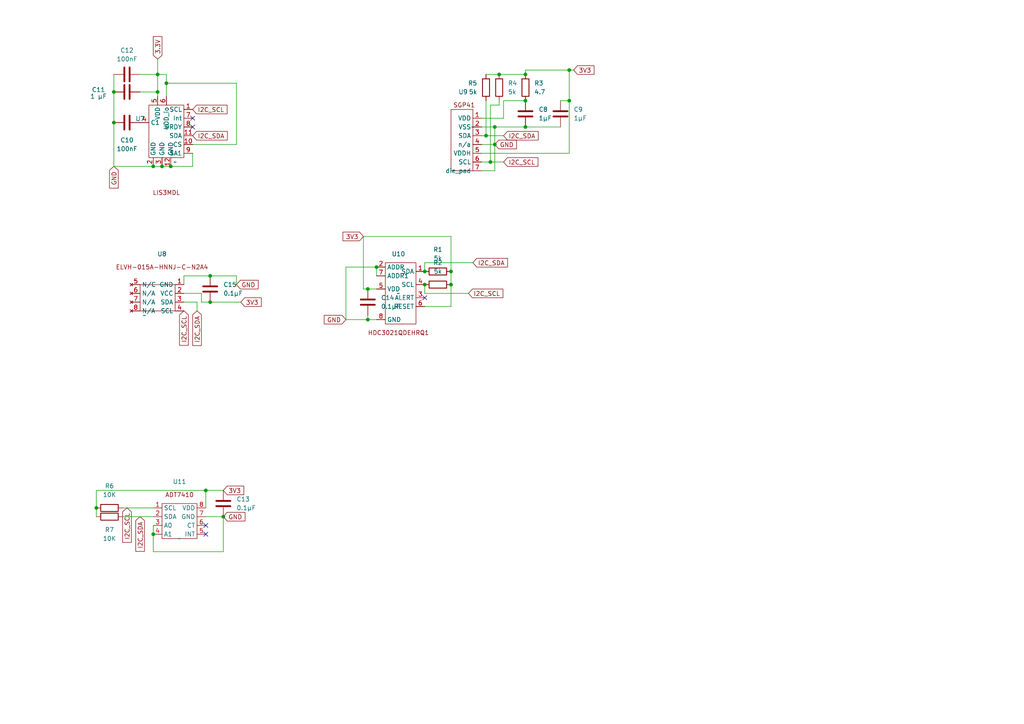
<source format=kicad_sch>
(kicad_sch (version 20230121) (generator eeschema)
  (paper "A4")
  (lib_symbols
    (symbol "Device:C" (pin_numbers hide) (pin_names (offset 0.254))
      (property "Reference" "C" (at 0.635 2.54 0))
      (property "Value" "C" (at 0.635 -2.54 0))
      (symbol "C_0_1"
        (polyline (pts (xy -2.032 -0.762) (xy 2.032 -0.762)) (stroke (width 0.508)))
        (polyline (pts (xy -2.032 0.762) (xy 2.032 0.762)) (stroke (width 0.508)))
      )
      (symbol "C_1_1"
        (pin passive line (at 0 3.81 270) (length 2.794) (name "~") (number "1"))
        (pin passive line (at 0 -3.81 90) (length 2.794) (name "~") (number "2"))
      )
    )
    (symbol "Device:R" (pin_numbers hide) (pin_names (offset 0))
      (property "Reference" "R" (at 2.032 0 90))
      (property "Value" "R" (at 0 0 90))
      (symbol "R_0_1"
        (rectangle (start -1.016 -2.54) (end 1.016 2.54) (stroke (width 0.254)))
      )
      (symbol "R_1_1"
        (pin passive line (at 0 3.81 270) (length 1.27) (name "~") (number "1"))
        (pin passive line (at 0 -3.81 90) (length 1.27) (name "~") (number "2"))
      )
    )
    (symbol "SGP41_1"
      (property "Reference" "U" (at -5.08 -13.97 0))
      (symbol "SGP41_1_0_1"
        (rectangle (start -6.35 5.08) (end 0 -12.7))
      )
      (symbol "SGP41_1_1_1"
        (text "SGP41" (at -2.54 6.35 0) (effects (font (size 1.27 1.27))))
        (pin power_in line (at 2.54 2.54 180) (length 2.54) (name "VDD") (number "1"))
        (pin passive line (at 2.54 0 180) (length 2.54) (name "VSS") (number "2"))
        (pin bidirectional line (at 2.54 -2.54 180) (length 2.54) (name "SDA") (number "3"))
        (pin passive line (at 2.54 -5.08 180) (length 2.54) (name "n/a") (number "4"))
        (pin power_in line (at 2.54 -7.62 180) (length 2.54) (name "VDDH") (number "5"))
        (pin bidirectional line (at 2.54 -10.16 180) (length 2.54) (name "SCL") (number "6"))
        (pin passive line (at 2.54 -12.7 180) (length 2.54) (name "die_pad") (number "7"))
      )
    )
    (symbol "sensors:ADT7410"
      (property "Reference" "U" (at 0 -1.27 0))
      (symbol "ADT7410_0_1"
        (rectangle (start -5.08 10.16) (end 5.08 0))
      )
      (symbol "ADT7410_1_1"
        (text "ADT7410" (at 0 12.7 0) (effects (font (size 1.27 1.27))))
        (pin input line (at -7.62 8.89 0) (length 2.54) (name "SCL") (number "1"))
        (pin bidirectional line (at -7.62 6.35 0) (length 2.54) (name "SDA") (number "2"))
        (pin input line (at -7.62 3.81 0) (length 2.54) (name "A0") (number "3"))
        (pin input line (at -7.62 1.27 0) (length 2.54) (name "A1") (number "4"))
        (pin output line (at 7.62 1.27 180) (length 2.54) (name "INT") (number "5"))
        (pin output line (at 7.62 3.81 180) (length 2.54) (name "CT") (number "6"))
        (pin power_out line (at 7.62 6.35 180) (length 2.54) (name "GND") (number "7"))
        (pin power_in line (at 7.62 8.89 180) (length 2.54) (name "VDD") (number "8"))
      )
    )
    (symbol "sensors:ELVH-015A-HNNJ-C-N2A4"
      (property "Reference" "U" (at -1.27 -3.81 0))
      (symbol "ELVH-015A-HNNJ-C-N2A4_0_1"
        (rectangle (start -1.27 8.89) (end 8.89 1.27))
      )
      (symbol "ELVH-015A-HNNJ-C-N2A4_1_1"
        (text "ELVH-015A-HNNJ-C-N2A4" (at 5.08 13.97 0) (effects (font (size 1.27 1.27))))
        (pin power_out line (at 11.43 8.89 180) (length 2.54) (name "GND") (number "1"))
        (pin power_in line (at 11.43 6.35 180) (length 2.54) (name "VCC") (number "2"))
        (pin bidirectional line (at 11.43 3.81 180) (length 2.54) (name "SDA") (number "3"))
        (pin bidirectional line (at 11.43 1.27 180) (length 2.54) (name "SCL") (number "4"))
        (pin no_connect line (at -3.81 8.89 0) (length 2.54) (name "N/C") (number "5"))
        (pin no_connect line (at -3.81 6.35 0) (length 2.54) (name "N/A") (number "6"))
        (pin no_connect line (at -3.81 3.81 0) (length 2.54) (name "N/A") (number "7"))
        (pin no_connect line (at -3.81 1.27 0) (length 2.54) (name "N/A") (number "8"))
      )
    )
    (symbol "sensors:HDC3021"
      (property "Reference" "U" (at -1.27 -13.97 0))
      (symbol "HDC3021_0_1"
        (rectangle (start -3.81 8.89) (end 5.08 -8.89))
      )
      (symbol "HDC3021_1_1"
        (text "HDC3021QDEHRQ1" (at 0 -11.43 0) (effects (font (size 1.27 1.27))))
        (pin bidirectional line (at 7.62 6.35 180) (length 2.54) (name "SDA") (number "1"))
        (pin input line (at -6.35 7.62 0) (length 2.54) (name "ADDR") (number "2"))
        (pin output line (at 7.62 -1.27 180) (length 2.54) (name "ALERT") (number "3"))
        (pin bidirectional line (at 7.62 2.54 180) (length 2.54) (name "SCL") (number "4"))
        (pin power_in line (at -6.35 1.27 0) (length 2.54) (name "VDD") (number "5"))
        (pin input line (at 7.62 -3.81 180) (length 2.54) (name "RESET") (number "6"))
        (pin input line (at -6.35 5.08 0) (length 2.54) (name "ADDR1") (number "7"))
        (pin power_out line (at -6.35 -7.62 0) (length 2.54) (name "GND") (number "8"))
      )
    )
    (symbol "sensors:LIS3MDL"
      (property "Reference" "U" (at 0 0 0))
      (symbol "LIS3MDL_0_1"
        (rectangle (start -7.62 16.51) (end 2.54 1.27))
      )
      (symbol "LIS3MDL_1_1"
        (text "LIS3MDL" (at -2.54 -8.89 0) (effects (font (size 1.27 1.27))))
        (pin bidirectional line (at 5.08 15.24 180) (length 2.54) (name "SCL") (number "1"))
        (pin input line (at 5.08 5.08 180) (length 2.54) (name "CS") (number "10"))
        (pin bidirectional line (at 5.08 7.62 180) (length 2.54) (name "SDA") (number "11"))
        (pin power_out line (at -1.27 -1.27 90) (length 2.54) (name "GND") (number "12"))
        (pin power_out line (at -6.35 -1.27 90) (length 2.54) (name "GND") (number "2"))
        (pin power_out line (at -3.81 -1.27 90) (length 2.54) (name "GND") (number "3"))
        (pin passive line (at -10.16 11.43 0) (length 2.54) (name "C1") (number "4"))
        (pin power_in line (at -5.08 19.05 270) (length 2.54) (name "VDD") (number "5"))
        (pin power_in line (at -2.54 19.05 270) (length 2.54) (name "VDD_io") (number "6"))
        (pin output line (at 5.08 12.7 180) (length 2.54) (name "Int") (number "7"))
        (pin output line (at 5.08 10.16 180) (length 2.54) (name "DRDY") (number "8"))
        (pin output line (at 5.08 2.54 180) (length 2.54) (name "SA1") (number "9"))
      )
    )
  )
  (junction (at 45.72 21.59))
  (junction (at 152.4 21.59))
  (junction (at 44.45 154.94))
  (junction (at 45.72 26.67))
  (junction (at 143.51 41.91))
  (junction (at 49.53 48.26))
  (junction (at 130.81 82.55))
  (junction (at 143.51 36.83))
  (junction (at 109.22 77.47))
  (junction (at 33.02 26.67))
  (junction (at 165.1 29.21))
  (junction (at 152.4 36.83))
  (junction (at 60.96 87.63))
  (junction (at 123.19 82.55))
  (junction (at 165.1 20.32))
  (junction (at 123.19 78.74))
  (junction (at 46.99 48.26))
  (junction (at 130.81 78.74))
  (junction (at 140.97 39.37))
  (junction (at 59.69 142.24))
  (junction (at 144.78 21.59))
  (junction (at 106.68 83.82))
  (junction (at 64.77 149.86))
  (junction (at 33.02 35.56))
  (junction (at 27.94 147.32))
  (junction (at 142.24 46.99))
  (junction (at 60.96 80.01))
  (junction (at 152.4 29.21))
  (junction (at 48.26 24.13))
  (junction (at 44.45 48.26))
  (junction (at 106.68 92.71))
  (no_connect (at 55.88 34.29))
  (no_connect (at 59.69 154.94))
  (no_connect (at 123.19 86.36))
  (no_connect (at 55.88 36.83))
  (no_connect (at 59.69 152.4))
  (wire (pts (xy 48.26 21.59) (xy 48.26 24.13)))
  (wire (pts (xy 140.97 39.37) (xy 139.7 39.37)))
  (wire (pts (xy 33.02 48.26) (xy 44.45 48.26)))
  (wire (pts (xy 58.42 85.09) (xy 58.42 87.63)))
  (wire (pts (xy 139.7 34.29) (xy 146.05 34.29)))
  (wire (pts (xy 27.94 147.32) (xy 27.94 142.24)))
  (wire (pts (xy 142.24 30.48) (xy 142.24 46.99)))
  (wire (pts (xy 100.33 92.71) (xy 106.68 92.71)))
  (wire (pts (xy 123.19 85.09) (xy 135.89 85.09)))
  (wire (pts (xy 60.96 87.63) (xy 69.85 87.63)))
  (wire (pts (xy 106.68 83.82) (xy 105.41 83.82)))
  (wire (pts (xy 162.56 29.21) (xy 165.1 29.21)))
  (wire (pts (xy 64.77 149.86) (xy 59.69 149.86)))
  (wire (pts (xy 144.78 21.59) (xy 152.4 21.59)))
  (wire (pts (xy 53.34 87.63) (xy 57.15 87.63)))
  (wire (pts (xy 48.26 24.13) (xy 48.26 27.94)))
  (wire (pts (xy 105.41 83.82) (xy 105.41 68.58)))
  (wire (pts (xy 123.19 82.55) (xy 123.19 85.09)))
  (wire (pts (xy 45.72 27.94) (xy 45.72 26.67)))
  (wire (pts (xy 143.51 41.91) (xy 139.7 41.91)))
  (wire (pts (xy 53.34 80.01) (xy 60.96 80.01)))
  (wire (pts (xy 146.05 29.21) (xy 152.4 29.21)))
  (wire (pts (xy 33.02 21.59) (xy 33.02 26.67)))
  (wire (pts (xy 143.51 36.83) (xy 143.51 41.91)))
  (wire (pts (xy 130.81 78.74) (xy 130.81 82.55)))
  (wire (pts (xy 152.4 36.83) (xy 162.56 36.83)))
  (wire (pts (xy 100.33 77.47) (xy 100.33 92.71)))
  (wire (pts (xy 60.96 80.01) (xy 68.58 80.01)))
  (wire (pts (xy 152.4 36.83) (xy 143.51 36.83)))
  (wire (pts (xy 45.72 21.59) (xy 45.72 26.67)))
  (wire (pts (xy 53.34 85.09) (xy 58.42 85.09)))
  (wire (pts (xy 45.72 17.145) (xy 45.72 21.59)))
  (wire (pts (xy 57.15 87.63) (xy 57.15 90.17)))
  (wire (pts (xy 48.26 24.13) (xy 68.58 24.13)))
  (wire (pts (xy 146.05 34.29) (xy 146.05 29.21)))
  (wire (pts (xy 64.77 160.02) (xy 64.77 149.86)))
  (wire (pts (xy 142.24 46.99) (xy 139.7 46.99)))
  (wire (pts (xy 109.22 83.82) (xy 106.68 83.82)))
  (wire (pts (xy 144.78 29.21) (xy 144.78 30.48)))
  (wire (pts (xy 140.97 29.21) (xy 140.97 39.37)))
  (wire (pts (xy 140.97 39.37) (xy 146.05 39.37)))
  (wire (pts (xy 140.97 21.59) (xy 144.78 21.59)))
  (wire (pts (xy 33.02 26.67) (xy 33.02 35.56)))
  (wire (pts (xy 45.72 21.59) (xy 48.26 21.59)))
  (wire (pts (xy 130.81 68.58) (xy 130.81 78.74)))
  (wire (pts (xy 46.99 48.26) (xy 49.53 48.26)))
  (wire (pts (xy 139.7 36.83) (xy 143.51 36.83)))
  (wire (pts (xy 165.1 29.21) (xy 165.1 20.32)))
  (wire (pts (xy 35.56 149.86) (xy 44.45 149.86)))
  (wire (pts (xy 68.58 80.01) (xy 68.58 82.55)))
  (wire (pts (xy 165.1 44.45) (xy 165.1 29.21)))
  (wire (pts (xy 109.22 77.47) (xy 100.33 77.47)))
  (wire (pts (xy 58.42 87.63) (xy 60.96 87.63)))
  (wire (pts (xy 123.19 78.74) (xy 123.19 76.2)))
  (wire (pts (xy 44.45 152.4) (xy 44.45 154.94)))
  (wire (pts (xy 27.94 147.32) (xy 27.94 149.86)))
  (wire (pts (xy 35.56 147.32) (xy 44.45 147.32)))
  (wire (pts (xy 68.58 41.91) (xy 68.58 24.13)))
  (wire (pts (xy 40.64 21.59) (xy 45.72 21.59)))
  (wire (pts (xy 152.4 20.32) (xy 152.4 21.59)))
  (wire (pts (xy 44.45 160.02) (xy 64.77 160.02)))
  (wire (pts (xy 59.69 142.24) (xy 59.69 147.32)))
  (wire (pts (xy 55.88 48.26) (xy 49.53 48.26)))
  (wire (pts (xy 142.24 46.99) (xy 146.05 46.99)))
  (wire (pts (xy 55.88 41.91) (xy 68.58 41.91)))
  (wire (pts (xy 152.4 20.32) (xy 165.1 20.32)))
  (wire (pts (xy 139.7 44.45) (xy 165.1 44.45)))
  (wire (pts (xy 144.78 30.48) (xy 142.24 30.48)))
  (wire (pts (xy 143.51 41.91) (xy 143.51 49.53)))
  (wire (pts (xy 53.34 80.01) (xy 53.34 82.55)))
  (wire (pts (xy 109.22 77.47) (xy 109.22 80.01)))
  (wire (pts (xy 130.81 82.55) (xy 130.81 88.9)))
  (wire (pts (xy 59.69 142.24) (xy 64.77 142.24)))
  (wire (pts (xy 44.45 48.26) (xy 46.99 48.26)))
  (wire (pts (xy 105.41 68.58) (xy 130.81 68.58)))
  (wire (pts (xy 123.19 76.2) (xy 137.16 76.2)))
  (wire (pts (xy 165.1 20.32) (xy 166.37 20.32)))
  (wire (pts (xy 130.81 88.9) (xy 123.19 88.9)))
  (wire (pts (xy 33.02 35.56) (xy 33.02 48.26)))
  (wire (pts (xy 40.64 26.67) (xy 45.72 26.67)))
  (wire (pts (xy 139.7 49.53) (xy 143.51 49.53)))
  (wire (pts (xy 55.88 44.45) (xy 55.88 48.26)))
  (wire (pts (xy 27.94 142.24) (xy 59.69 142.24)))
  (wire (pts (xy 106.68 92.71) (xy 109.22 92.71)))
  (wire (pts (xy 44.45 154.94) (xy 44.45 160.02)))
  (wire (pts (xy 106.68 91.44) (xy 106.68 92.71)))
  (global_label "GND" (shape input) (at 64.77 149.86 0) (property "Intersheetrefs" "${INTERSHEET_REFS}" (effects hide)))
  (global_label "I2C_SDA" (shape input) (at 57.15 90.17 270) (property "Intersheetrefs" "${INTERSHEET_REFS}" (effects hide)))
  (global_label "GND" (shape input) (at 100.33 92.71 180) (property "Intersheetrefs" "${INTERSHEET_REFS}" (effects hide)))
  (global_label "GND" (shape input) (at 143.51 41.91 0) (property "Intersheetrefs" "${INTERSHEET_REFS}" (effects hide)))
  (global_label "I2C_SDA" (shape input) (at 137.16 76.2 0) (property "Intersheetrefs" "${INTERSHEET_REFS}" (effects hide)))
  (global_label "I2C_SCL" (shape input) (at 53.34 90.17 270) (property "Intersheetrefs" "${INTERSHEET_REFS}" (effects hide)))
  (global_label "3.3V" (shape input) (at 45.72 17.145 90) (property "Intersheetrefs" "${INTERSHEET_REFS}" (effects hide)))
  (global_label "3V3" (shape input) (at 105.41 68.58 180) (property "Intersheetrefs" "${INTERSHEET_REFS}" (effects hide)))
  (global_label "GND" (shape input) (at 68.58 82.55 0) (property "Intersheetrefs" "${INTERSHEET_REFS}" (effects hide)))
  (global_label "I2C_SDA" (shape input) (at 55.88 39.37 0) (property "Intersheetrefs" "${INTERSHEET_REFS}" (effects hide)))
  (global_label "I2C_SCL" (shape input) (at 135.89 85.09 0) (property "Intersheetrefs" "${INTERSHEET_REFS}" (effects hide)))
  (global_label "3V3" (shape input) (at 166.37 20.32 0) (property "Intersheetrefs" "${INTERSHEET_REFS}" (effects hide)))
  (global_label "I2C_SCL" (shape input) (at 55.88 31.75 0) (property "Intersheetrefs" "${INTERSHEET_REFS}" (effects hide)))
  (global_label "I2C_SDA" (shape input) (at 146.05 39.37 0) (property "Intersheetrefs" "${INTERSHEET_REFS}" (effects hide)))
  (global_label "GND" (shape input) (at 33.02 48.26 270) (property "Intersheetrefs" "${INTERSHEET_REFS}" (effects hide)))
  (global_label "I2C_SCL" (shape input) (at 36.83 147.32 270) (property "Intersheetrefs" "${INTERSHEET_REFS}" (effects hide)))
  (global_label "I2C_SDA" (shape input) (at 40.64 149.86 270) (property "Intersheetrefs" "${INTERSHEET_REFS}" (effects hide)))
  (global_label "3V3" (shape input) (at 64.77 142.24 0) (property "Intersheetrefs" "${INTERSHEET_REFS}" (effects hide)))
  (global_label "3V3" (shape input) (at 69.85 87.63 0) (property "Intersheetrefs" "${INTERSHEET_REFS}" (effects hide)))
  (global_label "I2C_SCL" (shape input) (at 146.05 46.99 0) (property "Intersheetrefs" "${INTERSHEET_REFS}" (effects hide)))
  (symbol (lib_id "Device:C") (at 36.83 26.67 270) (unit 1)
    (property "Reference" "C11" (at 28.575 26.035 90))
    (property "Value" "1 µF" (at 28.575 27.94 90))
  )
  (symbol (lib_id "Device:R") (at 140.97 25.4 0) (unit 1)
    (property "Reference" "R5" (at 138.43 24.13 0) (effects (justify right)))
    (property "Value" "5k" (at 138.43 26.67 0) (effects (justify right)))
  )
  (symbol (lib_id "Device:C") (at 36.83 35.56 270) (unit 1)
    (property "Reference" "C10" (at 36.83 40.64 90))
    (property "Value" "100nF" (at 36.83 43.18 90))
  )
  (symbol (lib_id "Device:C") (at 162.56 33.02 0) (unit 1)
    (property "Reference" "C9" (at 166.37 31.75 0) (effects (justify left)))
    (property "Value" "1µF" (at 166.37 34.29 0) (effects (justify left)))
  )
  (symbol (lib_id "Device:C") (at 36.83 21.59 270) (unit 1)
    (property "Reference" "C12" (at 36.83 14.605 90))
    (property "Value" "100nF" (at 36.83 17.145 90))
  )
  (symbol (lib_id "sensors:ADT7410") (at 52.07 156.21 0) (unit 1)
    (property "Reference" "U11" (at 52.07 139.7 0))
    (property "Value" "~" (at 52.07 156.21 0))
  )
  (symbol (lib_id "Device:C") (at 106.68 87.63 0) (unit 1)
    (property "Reference" "C14" (at 110.49 86.36 0) (effects (justify left)))
    (property "Value" "0.1µF" (at 110.49 88.9 0) (effects (justify left)))
  )
  (symbol (lib_id "Device:C") (at 64.77 146.05 0) (unit 1)
    (property "Reference" "C13" (at 68.58 144.78 0) (effects (justify left)))
    (property "Value" "0.1µF" (at 68.58 147.32 0) (effects (justify left)))
  )
  (symbol (lib_name "SGP41_1") (lib_id "sensors:SGP41") (at 137.16 36.83 0) (unit 1)
    (property "Reference" "U9" (at 134.3127 26.67 0))
    (property "Value" "~" (at 137.16 36.83 0))
  )
  (symbol (lib_id "Device:R") (at 144.78 25.4 0) (unit 1)
    (property "Reference" "R4" (at 147.32 24.13 0) (effects (justify left)))
    (property "Value" "5k" (at 147.32 26.67 0) (effects (justify left)))
  )
  (symbol (lib_id "Device:R") (at 127 78.74 90) (unit 1)
    (property "Reference" "R1" (at 127 72.39 90))
    (property "Value" "5k" (at 127 74.93 90))
  )
  (symbol (lib_id "sensors:ELVH-015A-HNNJ-C-N2A4") (at 41.91 91.44 0) (unit 1)
    (property "Reference" "U8" (at 46.99 73.66 0))
    (property "Value" "~" (at 41.91 91.44 0))
  )
  (symbol (lib_id "Device:R") (at 152.4 25.4 0) (unit 1)
    (property "Reference" "R3" (at 154.94 24.13 0) (effects (justify left)))
    (property "Value" "4.7" (at 154.94 26.67 0) (effects (justify left)))
  )
  (symbol (lib_id "Device:C") (at 152.4 33.02 0) (unit 1)
    (property "Reference" "C8" (at 156.21 31.75 0) (effects (justify left)))
    (property "Value" "1µF" (at 156.21 34.29 0) (effects (justify left)))
  )
  (symbol (lib_id "sensors:HDC3021") (at 115.57 85.09 0) (unit 1)
    (property "Reference" "U10" (at 115.57 73.66 0))
    (property "Value" "~" (at 115.57 85.09 0))
  )
  (symbol (lib_id "Device:R") (at 127 82.55 90) (unit 1)
    (property "Reference" "R2" (at 127 76.2 90))
    (property "Value" "5k" (at 127 78.74 90))
  )
  (symbol (lib_id "Device:R") (at 31.75 147.32 90) (unit 1)
    (property "Reference" "R6" (at 31.75 140.97 90))
    (property "Value" "10K" (at 31.75 143.51 90))
  )
  (symbol (lib_id "Device:R") (at 31.75 149.86 90) (unit 1)
    (property "Reference" "R7" (at 31.75 153.67 90))
    (property "Value" "10K" (at 31.75 156.21 90))
  )
  (symbol (lib_id "sensors:LIS3MDL") (at 50.8 46.99 0) (unit 1)
    (property "Reference" "U7" (at 40.64 34.4521 0))
    (property "Value" "~" (at 50.8 46.99 0))
  )
  (symbol (lib_id "Device:C") (at 60.96 83.82 0) (unit 1)
    (property "Reference" "C15" (at 64.77 82.55 0) (effects (justify left)))
    (property "Value" "0.1µF" (at 64.77 85.09 0) (effects (justify left)))
  )
)
</source>
